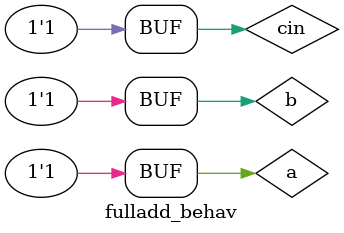
<source format=v>
`timescale 1ns / 1ps

module fulladd_behav;

	// Inputs
	reg a;
	reg b;
	reg cin;

	// Outputs
	wire  sum;
	wire cout;

	// Instantiate the Unit Under Test (UUT)
	fulladdbhav uut (
		.a(a), 
		.b(b), 
		.cin(cin), 
		.sum(sum), 
		.cout(cout)
	);

	initial begin
		// Initialize Inputs
		a = 0;
		b = 0;
		cin = 0;

		#100;
		a=0;b=0;cin=1;#100;
		a=0;b=1;cin=0;#100;
		a=0;b=1;cin=1;#100;
		a=1;b=0;cin=0;#100;
		a=1;b=0;cin=1;#100;
		a=1;b=1;cin=0;#100;
		a=1;b=1;cin=1;#100;
		

		
        
		// Add stimulus here

	end
      
endmodule


</source>
